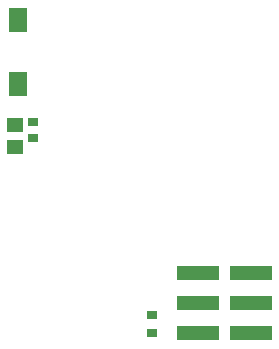
<source format=gbr>
G04 Layer_Color=8421504*
%FSLAX45Y45*%
%MOMM*%
%TF.FileFunction,Paste,Top*%
%TF.Part,Single*%
G01*
G75*
%TA.AperFunction,SMDPad,CuDef*%
%ADD10R,3.68000X1.27000*%
%ADD11R,0.90000X0.70000*%
%ADD12R,1.60000X2.00000*%
%ADD13R,1.40000X1.20000*%
%ADD14R,0.90000X0.80000*%
D10*
X114300Y0D02*
D03*
Y-254000D02*
D03*
Y-508000D02*
D03*
X558800D02*
D03*
Y-254000D02*
D03*
Y0D02*
D03*
D11*
X-279400Y-356799D02*
D03*
Y-506801D02*
D03*
D12*
X-1413998Y1600200D02*
D03*
Y2140199D02*
D03*
D13*
X-1436096Y1072500D02*
D03*
Y1252499D02*
D03*
D14*
X-1283696Y1283305D02*
D03*
Y1143300D02*
D03*
%TF.MD5,99ab80611d5303b82db0dade4ee753b5*%
M02*

</source>
